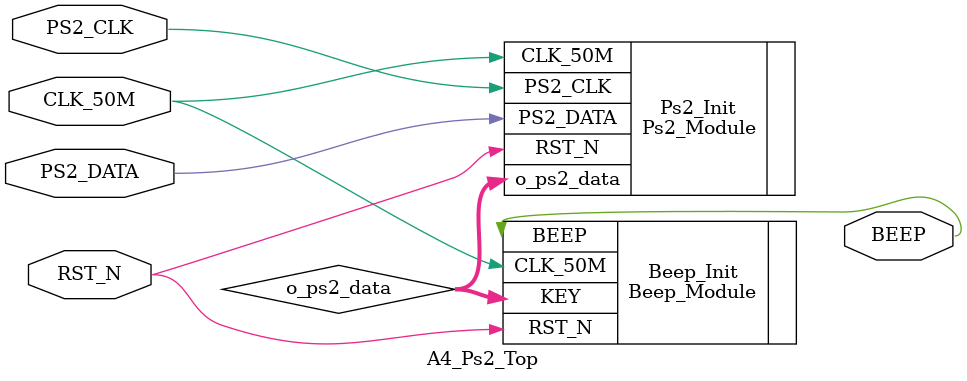
<source format=v>
module A4_Ps2_Top
(
	//输入端口
	CLK_50M,RST_N,PS2_CLK,PS2_DATA,
	//输出端口
	BEEP
);

//---------------------------------------------------------------------------
//--	外部端口声明
//---------------------------------------------------------------------------
input				CLK_50M;				//时钟的端口,开发板用的50M晶振
input				RST_N;				//复位的端口,低电平复位
input				PS2_CLK;				//PS2的时钟端口
input				PS2_DATA;			//PS2的数据端口
output 			BEEP;					//蜂鸣器端口

//---------------------------------------------------------------------------
//--	内部端口声明
//---------------------------------------------------------------------------
wire	 [15:0]	o_ps2_data;			//接收到PS2的完整数据

//---------------------------------------------------------------------------
//--	逻辑功能实现	
//---------------------------------------------------------------------------
//例化PS2
Ps2_Module			Ps2_Init
(
	.CLK_50M			(CLK_50M		),	//时钟端口
	.RST_N			(RST_N		),	//复位端口
	.PS2_CLK			(PS2_CLK		),	//PS2的时钟端口
	.PS2_DATA		(PS2_DATA	),	//PS2的数据端口
	.o_ps2_data		(o_ps2_data	)	//接收的PS2的完整数据
);

//例化蜂鸣器模块
Beep_Module			Beep_Init
(
	.CLK_50M			(CLK_50M		),	//时钟端口
	.RST_N			(RST_N		),	//复位端口
	.BEEP				(BEEP			),	//蜂鸣器端口
	.KEY				(o_ps2_data	)	//将接收的数据输出给蜂鸣器模块
);

endmodule

</source>
